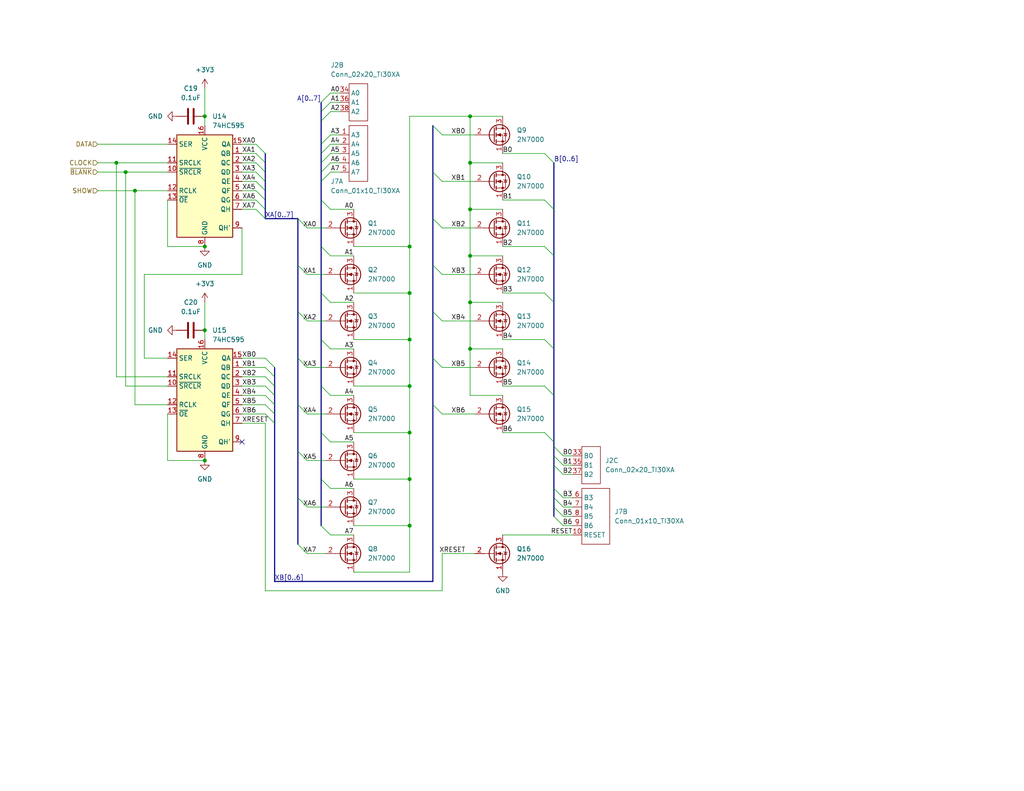
<source format=kicad_sch>
(kicad_sch (version 20211123) (generator eeschema)
  (paper "USLetter")
  (lib_symbols
    (symbol "74xx:74HC595"
      (property "Reference" "U" (at -7.62 13.97 0))
      (property "Value" "74HC595" (at -7.62 -16.51 0))
      (symbol "74HC595_1_0"
        (pin tri_state line (at 10.16 7.62 180) (length 2.54) (name "QB") (number "1"))
        (pin input line (at -10.16 2.54 0) (length 2.54) (name "~{SRCLR}") (number "10"))
        (pin input line (at -10.16 5.08 0) (length 2.54) (name "SRCLK") (number "11"))
        (pin input line (at -10.16 -2.54 0) (length 2.54) (name "RCLK") (number "12"))
        (pin input line (at -10.16 -5.08 0) (length 2.54) (name "~{OE}") (number "13"))
        (pin input line (at -10.16 10.16 0) (length 2.54) (name "SER") (number "14"))
        (pin tri_state line (at 10.16 10.16 180) (length 2.54) (name "QA") (number "15"))
        (pin power_in line (at 0 15.24 270) (length 2.54) (name "VCC") (number "16"))
        (pin tri_state line (at 10.16 5.08 180) (length 2.54) (name "QC") (number "2"))
        (pin tri_state line (at 10.16 2.54 180) (length 2.54) (name "QD") (number "3"))
        (pin tri_state line (at 10.16 0 180) (length 2.54) (name "QE") (number "4"))
        (pin tri_state line (at 10.16 -2.54 180) (length 2.54) (name "QF") (number "5"))
        (pin tri_state line (at 10.16 -5.08 180) (length 2.54) (name "QG") (number "6"))
        (pin tri_state line (at 10.16 -7.62 180) (length 2.54) (name "QH") (number "7"))
        (pin power_in line (at 0 -17.78 90) (length 2.54) (name "GND") (number "8"))
        (pin output line (at 10.16 -12.7 180) (length 2.54) (name "QH'") (number "9"))
      )
      (symbol "74HC595_1_1"
        (rectangle (start -7.62 12.7) (end 7.62 -15.24) (stroke (width 0.254)) (fill (type background)))
      )
    )
    (symbol "Device:C" (pin_numbers hide) (pin_names (offset 0.254))
      (property "Reference" "C" (at 0.635 2.54 0))
      (property "Value" "C" (at 0.635 -2.54 0))
      (symbol "C_0_1"
        (polyline (pts (xy -2.032 -0.762) (xy 2.032 -0.762)) (stroke (width 0.508)))
        (polyline (pts (xy -2.032 0.762) (xy 2.032 0.762)) (stroke (width 0.508)))
      )
      (symbol "C_1_1"
        (pin passive line (at 0 3.81 270) (length 2.794) (name "~") (number "1"))
        (pin passive line (at 0 -3.81 90) (length 2.794) (name "~") (number "2"))
      )
    )
    (symbol "Transistor_FET:2N7000" (pin_names hide)
      (property "Reference" "Q" (at 5.08 1.905 0))
      (property "Value" "2N7000" (at 5.08 0 0))
      (symbol "2N7000_0_1"
        (polyline (pts (xy 0.254 0) (xy -2.54 0)))
        (polyline (pts (xy 0.254 1.905) (xy 0.254 -1.905)) (stroke (width 0.254)))
        (polyline (pts (xy 0.762 -1.27) (xy 0.762 -2.286)) (stroke (width 0.254)))
        (polyline (pts (xy 0.762 0.508) (xy 0.762 -0.508)) (stroke (width 0.254)))
        (polyline (pts (xy 0.762 2.286) (xy 0.762 1.27)) (stroke (width 0.254)))
        (polyline (pts (xy 2.54 2.54) (xy 2.54 1.778)))
        (polyline (pts (xy 2.54 -2.54) (xy 2.54 0) (xy 0.762 0)))
        (polyline (pts (xy 0.762 -1.778) (xy 3.302 -1.778) (xy 3.302 1.778) (xy 0.762 1.778)))
        (polyline (pts (xy 1.016 0) (xy 2.032 0.381) (xy 2.032 -0.381) (xy 1.016 0)) (fill (type outline)))
        (polyline (pts (xy 2.794 0.508) (xy 2.921 0.381) (xy 3.683 0.381) (xy 3.81 0.254)))
        (polyline (pts (xy 3.302 0.381) (xy 2.921 -0.254) (xy 3.683 -0.254) (xy 3.302 0.381)))
        (circle (center 1.651 0) (radius 2.794) (stroke (width 0.254)))
        (circle (center 2.54 -1.778) (radius 0.254) (fill (type outline)))
        (circle (center 2.54 1.778) (radius 0.254) (fill (type outline)))
      )
      (symbol "2N7000_1_1"
        (pin passive line (at 2.54 -5.08 90) (length 2.54) (name "S") (number "1"))
        (pin input line (at -5.08 0 0) (length 2.54) (name "G") (number "2"))
        (pin passive line (at 2.54 5.08 270) (length 2.54) (name "D") (number "3"))
      )
    )
    (symbol "custom_connetors:Conn_01x10_TI30XA"
      (property "Reference" "J" (at 5.08 3.81 0))
      (property "Value" "Conn_01x10_TI30XA" (at 13.97 6.35 0))
      (symbol "Conn_01x10_TI30XA_1_1"
        (rectangle (start -2.54 -7.62) (end 2.54 7.62))
        (pin input line (at -5.08 5.08 0) (length 2.54) (name "A3") (number "1"))
        (pin input line (at -5.08 2.54 0) (length 2.54) (name "A4") (number "2"))
        (pin input line (at -5.08 0 0) (length 2.54) (name "A5") (number "3"))
        (pin input line (at -5.08 -2.54 0) (length 2.54) (name "A6") (number "4"))
        (pin input line (at -5.08 -5.08 0) (length 2.54) (name "A7") (number "5"))
      )
      (symbol "Conn_01x10_TI30XA_2_1"
        (rectangle (start -3.81 7.62) (end 3.81 -7.62))
        (pin input line (at -6.35 -5.08 0) (length 2.54) (name "RESET") (number "10"))
        (pin input line (at -6.35 5.08 0) (length 2.54) (name "B3") (number "6"))
        (pin input line (at -6.35 2.54 0) (length 2.54) (name "B4") (number "7"))
        (pin input line (at -6.35 0 0) (length 2.54) (name "B5") (number "8"))
        (pin input line (at -6.35 -2.54 0) (length 2.54) (name "B6") (number "9"))
      )
    )
    (symbol "custom_connetors:Conn_02x20_TI30XA"
      (property "Reference" "J" (at -24.13 5.08 0))
      (property "Value" "Conn_02x20_TI30XA" (at -15.24 7.62 0))
      (symbol "Conn_02x20_TI30XA_1_1"
        (rectangle (start -2.54 6.35) (end 2.54 -6.35))
        (pin power_in line (at 0 8.89 270) (length 2.54) (name "B+") (number "39"))
        (pin power_in line (at 0 -8.89 90) (length 2.54) (name "GND") (number "40"))
      )
      (symbol "Conn_02x20_TI30XA_2_1"
        (rectangle (start -2.54 5.08) (end 2.54 -5.08))
        (pin input line (at -5.08 2.54 0) (length 2.54) (name "A0") (number "34"))
        (pin input line (at -5.08 0 0) (length 2.54) (name "A1") (number "36"))
        (pin input line (at -5.08 -2.54 0) (length 2.54) (name "A2") (number "38"))
      )
      (symbol "Conn_02x20_TI30XA_3_1"
        (rectangle (start -2.54 5.08) (end 2.54 -5.08))
        (pin input line (at -5.08 2.54 0) (length 2.54) (name "B0") (number "33"))
        (pin input line (at -5.08 0 0) (length 2.54) (name "B1") (number "35"))
        (pin input line (at -5.08 -2.54 0) (length 2.54) (name "B2") (number "37"))
      )
      (symbol "Conn_02x20_TI30XA_4_1"
        (rectangle (start 5.08 43.18) (end -5.08 -43.18))
        (pin output line (at 7.62 -38.1 180) (length 2.54) (name "LCD_31") (number "1"))
        (pin output line (at 7.62 -20.32 180) (length 2.54) (name "LCD_24") (number "10"))
        (pin output line (at 7.62 -12.7 180) (length 2.54) (name "LCD_21") (number "11"))
        (pin output line (at 7.62 -15.24 180) (length 2.54) (name "LCD_22") (number "12"))
        (pin output line (at 7.62 -7.62 180) (length 2.54) (name "LCD_19") (number "13"))
        (pin output line (at 7.62 -10.16 180) (length 2.54) (name "LCD_20") (number "14"))
        (pin output line (at 7.62 -2.54 180) (length 2.54) (name "LCD_17") (number "15"))
        (pin output line (at 7.62 -5.08 180) (length 2.54) (name "LCD_18") (number "16"))
        (pin output line (at 7.62 2.54 180) (length 2.54) (name "LCD_15") (number "17"))
        (pin output line (at 7.62 0 180) (length 2.54) (name "LCD_16") (number "18"))
        (pin output line (at 7.62 7.62 180) (length 2.54) (name "LCD_13") (number "19"))
        (pin output line (at 7.62 -40.64 180) (length 2.54) (name "LCD_32") (number "2"))
        (pin output line (at 7.62 5.08 180) (length 2.54) (name "LCD_14") (number "20"))
        (pin output line (at 7.62 12.7 180) (length 2.54) (name "LCD_11") (number "21"))
        (pin output line (at 7.62 10.16 180) (length 2.54) (name "LCD_12") (number "22"))
        (pin output line (at 7.62 17.78 180) (length 2.54) (name "LCD_9") (number "23"))
        (pin output line (at 7.62 15.24 180) (length 2.54) (name "LCD_10") (number "24"))
        (pin output line (at 7.62 22.86 180) (length 2.54) (name "LCD_7") (number "25"))
        (pin output line (at 7.62 20.32 180) (length 2.54) (name "LCD_8") (number "26"))
        (pin output line (at 7.62 27.94 180) (length 2.54) (name "LCD_5") (number "27"))
        (pin output line (at 7.62 25.4 180) (length 2.54) (name "LCD_6") (number "28"))
        (pin output line (at 7.62 35.56 180) (length 2.54) (name "LCD_3(A)") (number "29"))
        (pin output line (at 7.62 -33.02 180) (length 2.54) (name "LCD_29") (number "3"))
        (pin output line (at 7.62 33.02 180) (length 2.54) (name "LCD_4(B)") (number "30"))
        (pin output line (at 7.62 40.64 180) (length 2.54) (name "LCD_1(D)") (number "31"))
        (pin output line (at 7.62 38.1 180) (length 2.54) (name "LCD_2(C)") (number "32"))
        (pin output line (at 7.62 -35.56 180) (length 2.54) (name "LCD_30") (number "4"))
        (pin output line (at 7.62 -27.94 180) (length 2.54) (name "LCD_27") (number "5"))
        (pin output line (at 7.62 -30.48 180) (length 2.54) (name "LCD_28") (number "6"))
        (pin output line (at 7.62 -22.86 180) (length 2.54) (name "LCD_25") (number "7"))
        (pin output line (at 7.62 -25.4 180) (length 2.54) (name "LCD_26") (number "8"))
        (pin output line (at 7.62 -17.78 180) (length 2.54) (name "LCD_23") (number "9"))
      )
    )
    (symbol "power:+3V3" (power) (pin_names (offset 0))
      (property "Value" "+3V3" (at 0 3.556 0))
      (symbol "+3V3_0_1"
        (polyline (pts (xy -0.762 1.27) (xy 0 2.54)))
        (polyline (pts (xy 0 0) (xy 0 2.54)))
        (polyline (pts (xy 0 2.54) (xy 0.762 1.27)))
      )
      (symbol "+3V3_1_1"
        (pin power_in line (at 0 0 90) (length 0) hide (name "+3V3") (number "1"))
      )
    )
    (symbol "power:GND" (power) (pin_names (offset 0))
      (property "Value" "GND" (at 0 -3.81 0))
      (symbol "GND_0_1"
        (polyline (pts (xy 0 0) (xy 0 -1.27) (xy 1.27 -1.27) (xy 0 -2.54) (xy -1.27 -1.27) (xy 0 -1.27)))
      )
      (symbol "GND_1_1"
        (pin power_in line (at 0 0 270) (length 0) hide (name "GND") (number "1"))
      )
    )
  )
  (junction (at 111.76 105.41))
  (junction (at 36.83 52.07))
  (junction (at 128.27 95.25))
  (junction (at 111.76 130.81))
  (junction (at 111.76 118.11))
  (junction (at 34.29 46.99))
  (junction (at 128.27 31.75))
  (junction (at 111.76 67.31))
  (junction (at 128.27 69.85))
  (junction (at 128.27 57.15))
  (junction (at 128.27 44.45))
  (junction (at 111.76 143.51))
  (junction (at 111.76 92.71))
  (junction (at 55.88 31.75))
  (junction (at 55.88 67.31))
  (junction (at 55.88 90.17))
  (junction (at 55.88 125.73))
  (junction (at 128.27 82.55))
  (junction (at 31.75 44.45))
  (junction (at 111.76 80.01))
  (no_connect (at 66.04 120.65))
  (bus_entry (at 148.59 41.91) (size 2.54 2.54))
  (bus_entry (at 148.59 54.61) (size 2.54 2.54))
  (bus_entry (at 148.59 67.31) (size 2.54 2.54))
  (bus_entry (at 148.59 105.41) (size 2.54 2.54))
  (bus_entry (at 148.59 92.71) (size 2.54 2.54))
  (bus_entry (at 148.59 118.11) (size 2.54 2.54))
  (bus_entry (at 148.59 80.01) (size 2.54 2.54))
  (bus_entry (at 83.82 151.13) (size -2.54 -2.54))
  (bus_entry (at 83.82 62.23) (size -2.54 -2.54))
  (bus_entry (at 83.82 100.33) (size -2.54 -2.54))
  (bus_entry (at 83.82 74.93) (size -2.54 -2.54))
  (bus_entry (at 83.82 87.63) (size -2.54 -2.54))
  (bus_entry (at 83.82 138.43) (size -2.54 -2.54))
  (bus_entry (at 83.82 125.73) (size -2.54 -2.54))
  (bus_entry (at 83.82 113.03) (size -2.54 -2.54))
  (bus_entry (at 90.17 36.83) (size -2.54 2.54))
  (bus_entry (at 153.67 138.43) (size -2.54 -2.54))
  (bus_entry (at 153.67 135.89) (size -2.54 -2.54))
  (bus_entry (at 153.67 124.46) (size -2.54 -2.54))
  (bus_entry (at 153.67 127) (size -2.54 -2.54))
  (bus_entry (at 153.67 129.54) (size -2.54 -2.54))
  (bus_entry (at 153.67 140.97) (size -2.54 -2.54))
  (bus_entry (at 153.67 143.51) (size -2.54 -2.54))
  (bus_entry (at 69.85 41.91) (size 2.54 2.54))
  (bus_entry (at 90.17 30.48) (size -2.54 2.54))
  (bus_entry (at 72.39 102.87) (size 2.54 2.54))
  (bus_entry (at 72.39 97.79) (size 2.54 2.54))
  (bus_entry (at 90.17 44.45) (size -2.54 2.54))
  (bus_entry (at 69.85 54.61) (size 2.54 2.54))
  (bus_entry (at 118.11 34.29) (size 2.54 2.54))
  (bus_entry (at 118.11 59.69) (size 2.54 2.54))
  (bus_entry (at 118.11 46.99) (size 2.54 2.54))
  (bus_entry (at 118.11 110.49) (size 2.54 2.54))
  (bus_entry (at 118.11 97.79) (size 2.54 2.54))
  (bus_entry (at 118.11 72.39) (size 2.54 2.54))
  (bus_entry (at 118.11 85.09) (size 2.54 2.54))
  (bus_entry (at 72.39 110.49) (size 2.54 2.54))
  (bus_entry (at 72.39 105.41) (size 2.54 2.54))
  (bus_entry (at 69.85 39.37) (size 2.54 2.54))
  (bus_entry (at 72.39 107.95) (size 2.54 2.54))
  (bus_entry (at 72.39 100.33) (size 2.54 2.54))
  (bus_entry (at 69.85 52.07) (size 2.54 2.54))
  (bus_entry (at 90.17 46.99) (size -2.54 2.54))
  (bus_entry (at 69.85 44.45) (size 2.54 2.54))
  (bus_entry (at 72.39 113.03) (size 2.54 2.54))
  (bus_entry (at 90.17 39.37) (size -2.54 2.54))
  (bus_entry (at 90.17 41.91) (size -2.54 2.54))
  (bus_entry (at 69.85 57.15) (size 2.54 2.54))
  (bus_entry (at 69.85 46.99) (size 2.54 2.54))
  (bus_entry (at 69.85 49.53) (size 2.54 2.54))
  (bus_entry (at 87.63 143.51) (size 2.54 2.54))
  (bus_entry (at 87.63 67.31) (size 2.54 2.54))
  (bus_entry (at 87.63 80.01) (size 2.54 2.54))
  (bus_entry (at 87.63 105.41) (size 2.54 2.54))
  (bus_entry (at 87.63 54.61) (size 2.54 2.54))
  (bus_entry (at 87.63 92.71) (size 2.54 2.54))
  (bus_entry (at 87.63 130.81) (size 2.54 2.54))
  (bus_entry (at 87.63 118.11) (size 2.54 2.54))
  (bus_entry (at 90.17 27.94) (size -2.54 2.54))
  (bus_entry (at 90.17 25.4) (size -2.54 2.54))
  (wire (pts (xy 128.27 44.45) (xy 128.27 57.15)))
  (wire (pts (xy 153.67 143.51) (xy 156.21 143.51)))
  (wire (pts (xy 90.17 39.37) (xy 92.71 39.37)))
  (wire (pts (xy 111.76 31.75) (xy 111.76 67.31)))
  (bus (pts (xy 151.13 95.25) (xy 151.13 82.55)))
  (wire (pts (xy 90.17 46.99) (xy 92.71 46.99)))
  (wire (pts (xy 128.27 57.15) (xy 128.27 69.85)))
  (bus (pts (xy 87.63 39.37) (xy 87.63 41.91)))
  (wire (pts (xy 55.88 90.17) (xy 55.88 92.71)))
  (wire (pts (xy 137.16 41.91) (xy 148.59 41.91)))
  (wire (pts (xy 26.67 46.99) (xy 34.29 46.99)))
  (wire (pts (xy 90.17 41.91) (xy 92.71 41.91)))
  (wire (pts (xy 96.52 92.71) (xy 111.76 92.71)))
  (bus (pts (xy 72.39 46.99) (xy 72.39 49.53)))
  (bus (pts (xy 151.13 133.35) (xy 151.13 135.89)))
  (wire (pts (xy 90.17 146.05) (xy 96.52 146.05)))
  (wire (pts (xy 111.76 118.11) (xy 111.76 105.41)))
  (wire (pts (xy 83.82 113.03) (xy 88.9 113.03)))
  (wire (pts (xy 128.27 57.15) (xy 137.16 57.15)))
  (bus (pts (xy 81.28 72.39) (xy 81.28 85.09)))
  (wire (pts (xy 90.17 69.85) (xy 96.52 69.85)))
  (wire (pts (xy 83.82 125.73) (xy 88.9 125.73)))
  (bus (pts (xy 151.13 127) (xy 151.13 133.35)))
  (bus (pts (xy 72.39 54.61) (xy 72.39 57.15)))
  (wire (pts (xy 55.88 24.13) (xy 55.88 31.75)))
  (wire (pts (xy 137.16 118.11) (xy 148.59 118.11)))
  (bus (pts (xy 151.13 138.43) (xy 151.13 140.97)))
  (wire (pts (xy 66.04 113.03) (xy 72.39 113.03)))
  (bus (pts (xy 72.39 44.45) (xy 72.39 46.99)))
  (bus (pts (xy 118.11 59.69) (xy 118.11 72.39)))
  (wire (pts (xy 90.17 57.15) (xy 96.52 57.15)))
  (wire (pts (xy 31.75 102.87) (xy 31.75 44.45)))
  (bus (pts (xy 118.11 97.79) (xy 118.11 110.49)))
  (wire (pts (xy 55.88 31.75) (xy 55.88 34.29)))
  (wire (pts (xy 90.17 44.45) (xy 92.71 44.45)))
  (bus (pts (xy 81.28 123.19) (xy 81.28 135.89)))
  (bus (pts (xy 74.93 102.87) (xy 74.93 105.41)))
  (bus (pts (xy 81.28 135.89) (xy 81.28 148.59)))
  (bus (pts (xy 151.13 135.89) (xy 151.13 138.43)))
  (bus (pts (xy 81.28 85.09) (xy 81.28 97.79)))
  (wire (pts (xy 66.04 46.99) (xy 69.85 46.99)))
  (wire (pts (xy 66.04 100.33) (xy 72.39 100.33)))
  (wire (pts (xy 96.52 118.11) (xy 111.76 118.11)))
  (wire (pts (xy 55.88 82.55) (xy 55.88 90.17)))
  (wire (pts (xy 120.65 100.33) (xy 129.54 100.33)))
  (bus (pts (xy 118.11 46.99) (xy 118.11 59.69)))
  (wire (pts (xy 45.72 105.41) (xy 34.29 105.41)))
  (wire (pts (xy 34.29 46.99) (xy 45.72 46.99)))
  (wire (pts (xy 128.27 69.85) (xy 128.27 82.55)))
  (wire (pts (xy 26.67 44.45) (xy 31.75 44.45)))
  (wire (pts (xy 39.37 74.93) (xy 39.37 97.79)))
  (bus (pts (xy 72.39 52.07) (xy 72.39 54.61)))
  (wire (pts (xy 90.17 133.35) (xy 96.52 133.35)))
  (bus (pts (xy 118.11 85.09) (xy 118.11 97.79)))
  (wire (pts (xy 34.29 105.41) (xy 34.29 46.99)))
  (bus (pts (xy 87.63 118.11) (xy 87.63 130.81)))
  (bus (pts (xy 151.13 69.85) (xy 151.13 57.15)))
  (wire (pts (xy 90.17 27.94) (xy 92.71 27.94)))
  (wire (pts (xy 120.65 87.63) (xy 129.54 87.63)))
  (bus (pts (xy 87.63 92.71) (xy 87.63 105.41)))
  (wire (pts (xy 66.04 102.87) (xy 72.39 102.87)))
  (wire (pts (xy 153.67 140.97) (xy 156.21 140.97)))
  (wire (pts (xy 137.16 31.75) (xy 128.27 31.75)))
  (wire (pts (xy 66.04 52.07) (xy 69.85 52.07)))
  (wire (pts (xy 45.72 125.73) (xy 55.88 125.73)))
  (bus (pts (xy 81.28 97.79) (xy 81.28 110.49)))
  (bus (pts (xy 87.63 49.53) (xy 87.63 54.61)))
  (wire (pts (xy 153.67 127) (xy 156.21 127)))
  (wire (pts (xy 111.76 130.81) (xy 111.76 118.11)))
  (wire (pts (xy 83.82 87.63) (xy 88.9 87.63)))
  (bus (pts (xy 87.63 41.91) (xy 87.63 44.45)))
  (wire (pts (xy 90.17 36.83) (xy 92.71 36.83)))
  (wire (pts (xy 36.83 110.49) (xy 45.72 110.49)))
  (wire (pts (xy 120.65 161.29) (xy 120.65 151.13)))
  (wire (pts (xy 26.67 52.07) (xy 36.83 52.07)))
  (bus (pts (xy 118.11 110.49) (xy 118.11 158.75)))
  (wire (pts (xy 66.04 115.57) (xy 72.39 115.57)))
  (wire (pts (xy 90.17 120.65) (xy 96.52 120.65)))
  (wire (pts (xy 120.65 49.53) (xy 129.54 49.53)))
  (wire (pts (xy 90.17 82.55) (xy 96.52 82.55)))
  (wire (pts (xy 128.27 107.95) (xy 137.16 107.95)))
  (bus (pts (xy 87.63 33.02) (xy 87.63 39.37)))
  (wire (pts (xy 66.04 74.93) (xy 39.37 74.93)))
  (bus (pts (xy 87.63 67.31) (xy 87.63 80.01)))
  (bus (pts (xy 151.13 120.65) (xy 151.13 121.92)))
  (bus (pts (xy 151.13 82.55) (xy 151.13 69.85)))
  (wire (pts (xy 128.27 69.85) (xy 137.16 69.85)))
  (bus (pts (xy 87.63 54.61) (xy 87.63 67.31)))
  (wire (pts (xy 66.04 39.37) (xy 69.85 39.37)))
  (wire (pts (xy 66.04 107.95) (xy 72.39 107.95)))
  (wire (pts (xy 111.76 80.01) (xy 96.52 80.01)))
  (bus (pts (xy 87.63 80.01) (xy 87.63 92.71)))
  (wire (pts (xy 120.65 151.13) (xy 129.54 151.13)))
  (wire (pts (xy 111.76 67.31) (xy 111.76 80.01)))
  (bus (pts (xy 151.13 107.95) (xy 151.13 95.25)))
  (wire (pts (xy 66.04 54.61) (xy 69.85 54.61)))
  (wire (pts (xy 111.76 92.71) (xy 111.76 80.01)))
  (bus (pts (xy 74.93 115.57) (xy 74.93 158.75)))
  (wire (pts (xy 128.27 95.25) (xy 128.27 107.95)))
  (bus (pts (xy 87.63 30.48) (xy 87.63 33.02)))
  (wire (pts (xy 137.16 54.61) (xy 148.59 54.61)))
  (wire (pts (xy 66.04 44.45) (xy 69.85 44.45)))
  (wire (pts (xy 83.82 100.33) (xy 88.9 100.33)))
  (wire (pts (xy 153.67 135.89) (xy 156.21 135.89)))
  (bus (pts (xy 74.93 107.95) (xy 74.93 110.49)))
  (bus (pts (xy 151.13 121.92) (xy 151.13 124.46)))
  (bus (pts (xy 72.39 59.69) (xy 81.28 59.69)))
  (wire (pts (xy 128.27 95.25) (xy 137.16 95.25)))
  (wire (pts (xy 66.04 49.53) (xy 69.85 49.53)))
  (wire (pts (xy 66.04 110.49) (xy 72.39 110.49)))
  (bus (pts (xy 87.63 27.94) (xy 87.63 30.48)))
  (wire (pts (xy 45.72 52.07) (xy 36.83 52.07)))
  (wire (pts (xy 31.75 44.45) (xy 45.72 44.45)))
  (bus (pts (xy 74.93 110.49) (xy 74.93 113.03)))
  (wire (pts (xy 66.04 41.91) (xy 69.85 41.91)))
  (wire (pts (xy 66.04 62.23) (xy 66.04 74.93)))
  (wire (pts (xy 66.04 105.41) (xy 72.39 105.41)))
  (bus (pts (xy 74.93 113.03) (xy 74.93 115.57)))
  (wire (pts (xy 83.82 62.23) (xy 88.9 62.23)))
  (bus (pts (xy 151.13 124.46) (xy 151.13 127)))
  (bus (pts (xy 74.93 105.41) (xy 74.93 107.95)))
  (wire (pts (xy 137.16 146.05) (xy 156.21 146.05)))
  (wire (pts (xy 111.76 156.21) (xy 111.76 143.51)))
  (wire (pts (xy 96.52 130.81) (xy 111.76 130.81)))
  (bus (pts (xy 72.39 49.53) (xy 72.39 52.07)))
  (bus (pts (xy 87.63 130.81) (xy 87.63 143.51)))
  (wire (pts (xy 153.67 129.54) (xy 156.21 129.54)))
  (wire (pts (xy 72.39 115.57) (xy 72.39 161.29)))
  (bus (pts (xy 87.63 105.41) (xy 87.63 118.11)))
  (wire (pts (xy 45.72 102.87) (xy 31.75 102.87)))
  (wire (pts (xy 153.67 138.43) (xy 156.21 138.43)))
  (wire (pts (xy 96.52 156.21) (xy 111.76 156.21)))
  (wire (pts (xy 66.04 57.15) (xy 69.85 57.15)))
  (wire (pts (xy 90.17 30.48) (xy 92.71 30.48)))
  (wire (pts (xy 83.82 151.13) (xy 88.9 151.13)))
  (wire (pts (xy 90.17 107.95) (xy 96.52 107.95)))
  (bus (pts (xy 74.93 158.75) (xy 118.11 158.75)))
  (wire (pts (xy 72.39 161.29) (xy 120.65 161.29)))
  (wire (pts (xy 120.65 36.83) (xy 129.54 36.83)))
  (bus (pts (xy 72.39 41.91) (xy 72.39 44.45)))
  (bus (pts (xy 118.11 72.39) (xy 118.11 85.09)))
  (bus (pts (xy 74.93 100.33) (xy 74.93 102.87)))
  (wire (pts (xy 111.76 31.75) (xy 128.27 31.75)))
  (wire (pts (xy 120.65 62.23) (xy 129.54 62.23)))
  (wire (pts (xy 111.76 143.51) (xy 111.76 130.81)))
  (bus (pts (xy 72.39 57.15) (xy 72.39 59.69)))
  (wire (pts (xy 96.52 67.31) (xy 111.76 67.31)))
  (wire (pts (xy 120.65 74.93) (xy 129.54 74.93)))
  (wire (pts (xy 137.16 105.41) (xy 148.59 105.41)))
  (bus (pts (xy 151.13 57.15) (xy 151.13 44.45)))
  (wire (pts (xy 83.82 138.43) (xy 88.9 138.43)))
  (wire (pts (xy 128.27 82.55) (xy 137.16 82.55)))
  (wire (pts (xy 45.72 67.31) (xy 55.88 67.31)))
  (wire (pts (xy 137.16 67.31) (xy 148.59 67.31)))
  (wire (pts (xy 128.27 44.45) (xy 137.16 44.45)))
  (wire (pts (xy 137.16 92.71) (xy 148.59 92.71)))
  (wire (pts (xy 128.27 31.75) (xy 128.27 44.45)))
  (bus (pts (xy 151.13 120.65) (xy 151.13 107.95)))
  (wire (pts (xy 66.04 97.79) (xy 72.39 97.79)))
  (wire (pts (xy 128.27 82.55) (xy 128.27 95.25)))
  (wire (pts (xy 96.52 105.41) (xy 111.76 105.41)))
  (bus (pts (xy 81.28 110.49) (xy 81.28 123.19)))
  (wire (pts (xy 36.83 52.07) (xy 36.83 110.49)))
  (wire (pts (xy 83.82 74.93) (xy 88.9 74.93)))
  (bus (pts (xy 87.63 44.45) (xy 87.63 46.99)))
  (wire (pts (xy 111.76 105.41) (xy 111.76 92.71)))
  (wire (pts (xy 39.37 97.79) (xy 45.72 97.79)))
  (bus (pts (xy 81.28 59.69) (xy 81.28 72.39)))
  (bus (pts (xy 118.11 34.29) (xy 118.11 46.99)))
  (wire (pts (xy 45.72 54.61) (xy 45.72 67.31)))
  (wire (pts (xy 26.67 39.37) (xy 45.72 39.37)))
  (wire (pts (xy 120.65 113.03) (xy 129.54 113.03)))
  (wire (pts (xy 90.17 25.4) (xy 92.71 25.4)))
  (bus (pts (xy 87.63 46.99) (xy 87.63 49.53)))
  (wire (pts (xy 137.16 80.01) (xy 148.59 80.01)))
  (wire (pts (xy 90.17 95.25) (xy 96.52 95.25)))
  (wire (pts (xy 153.67 124.46) (xy 156.21 124.46)))
  (wire (pts (xy 96.52 143.51) (xy 111.76 143.51)))
  (wire (pts (xy 45.72 113.03) (xy 45.72 125.73)))
  (label "XA5" (at 66.04 52.07 0))
  (label "RESET" (at 156.21 146.05 180))
  (label "B2" (at 137.16 67.31 0))
  (label "XA6" (at 66.04 54.61 0))
  (label "A[0..7]" (at 87.63 27.94 180))
  (label "XA6" (at 86.36 138.43 180))
  (label "A6" (at 96.52 133.35 180))
  (label "B4" (at 137.16 92.71 0))
  (label "A0" (at 96.52 57.15 180))
  (label "A2" (at 96.52 82.55 180))
  (label "XB6" (at 127 113.03 180))
  (label "B6" (at 137.16 118.11 0))
  (label "A6" (at 92.71 44.45 180))
  (label "XB5" (at 127 100.33 180))
  (label "A5" (at 96.52 120.65 180))
  (label "XB2" (at 127 62.23 180))
  (label "XA3" (at 86.36 100.33 180))
  (label "XA2" (at 66.04 44.45 0))
  (label "XB4" (at 127 87.63 180))
  (label "B6" (at 156.21 143.51 180))
  (label "A4" (at 96.52 107.95 180))
  (label "XA0" (at 66.04 39.37 0))
  (label "A5" (at 92.71 41.91 180))
  (label "XA4" (at 66.04 49.53 0))
  (label "XB4" (at 66.04 107.95 0))
  (label "A0" (at 92.71 25.4 180))
  (label "A7" (at 96.52 146.05 180))
  (label "B4" (at 156.21 138.43 180))
  (label "A2" (at 92.71 30.48 180))
  (label "XA[0..7]" (at 72.39 59.69 0))
  (label "B1" (at 137.16 54.61 0))
  (label "A3" (at 96.52 95.25 180))
  (label "B[0..6]" (at 151.13 44.45 0))
  (label "A4" (at 92.71 39.37 180))
  (label "XB0" (at 66.04 97.79 0))
  (label "B0" (at 137.16 41.91 0))
  (label "XA5" (at 86.36 125.73 180))
  (label "B1" (at 156.21 127 180))
  (label "XB3" (at 66.04 105.41 0))
  (label "XB1" (at 127 49.53 180))
  (label "XA1" (at 66.04 41.91 0))
  (label "XB[0..6]" (at 74.93 158.75 0))
  (label "A1" (at 92.71 27.94 180))
  (label "A1" (at 96.52 69.85 180))
  (label "XB0" (at 127 36.83 180))
  (label "XA7" (at 86.36 151.13 180))
  (label "B5" (at 137.16 105.41 0))
  (label "XA2" (at 86.36 87.63 180))
  (label "XB5" (at 66.04 110.49 0))
  (label "XB2" (at 66.04 102.87 0))
  (label "XRESET" (at 66.04 115.57 0))
  (label "B0" (at 156.21 124.46 180))
  (label "B3" (at 137.16 80.01 0))
  (label "XA1" (at 86.36 74.93 180))
  (label "XB1" (at 66.04 100.33 0))
  (label "XRESET" (at 127 151.13 180))
  (label "A3" (at 92.71 36.83 180))
  (label "XB3" (at 127 74.93 180))
  (label "B3" (at 156.21 135.89 180))
  (label "XA7" (at 66.04 57.15 0))
  (label "B5" (at 156.21 140.97 180))
  (label "XA0" (at 86.36 62.23 180))
  (label "XA4" (at 86.36 113.03 180))
  (label "A7" (at 92.71 46.99 180))
  (label "XA3" (at 66.04 46.99 0))
  (label "XB6" (at 66.04 113.03 0))
  (label "B2" (at 156.21 129.54 180))
  (hierarchical_label "~{BLANK}" (shape input) (at 26.67 46.99 180))
  (hierarchical_label "SHOW" (shape input) (at 26.67 52.07 180))
  (hierarchical_label "DATA" (shape input) (at 26.67 39.37 180))
  (hierarchical_label "CLOCK" (shape input) (at 26.67 44.45 180))
  (symbol (lib_id "custom_connetors:Conn_02x20_TI30XA") (at 161.29 127 0) (unit 3)
    (property "Reference" "J2" (at 165.1 125.7299 0) (effects (justify left)))
    (property "Value" "Conn_02x20_TI30XA" (at 165.1 128.2699 0) (effects (justify left)))
    (property "Footprint" "Connector_IDC:IDC-Header_2x20_P2.54mm_Vertical" (effects hide))
  )
  (symbol (lib_id "Transistor_FET:2N7000") (at 134.62 74.93 0) (unit 1)
    (property "Reference" "Q12" (at 140.97 73.6599 0) (effects (justify left)))
    (property "Value" "2N7000" (at 140.97 76.1999 0) (effects (justify left)))
    (property "Footprint" "Package_TO_SOT_THT:TO-92_Inline" (effects hide))
    (property "Datasheet" "https://www.vishay.com/docs/70226/70226.pdf" (effects hide))
  )
  (symbol (lib_id "Device:C") (at 52.07 31.75 90) (unit 1)
    (property "Reference" "C19" (at 52.07 24.13 90))
    (property "Value" "0.1uF" (at 52.07 26.67 90))
    (property "Footprint" "Capacitor_THT:C_Disc_D3.8mm_W2.6mm_P2.50mm" (effects hide))
  )
  (symbol (lib_id "power:GND") (at 48.26 31.75 270) (unit 1)
    (property "Reference" "#PWR051" (effects hide))
    (property "Value" "GND" (at 44.45 31.7499 90) (effects (justify right)))
  )
  (symbol (lib_id "custom_connetors:Conn_02x20_TI30XA") (at 97.79 27.94 0) (unit 2)
    (property "Reference" "J2" (at 90.17 17.78 0) (effects (justify left)))
    (property "Value" "Conn_02x20_TI30XA" (at 90.17 20.32 0) (effects (justify left)))
    (property "Footprint" "Connector_IDC:IDC-Header_2x20_P2.54mm_Vertical" (effects hide))
  )
  (symbol (lib_id "Transistor_FET:2N7000") (at 134.62 49.53 0) (unit 1)
    (property "Reference" "Q10" (at 140.97 48.2599 0) (effects (justify left)))
    (property "Value" "2N7000" (at 140.97 50.7999 0) (effects (justify left)))
    (property "Footprint" "Package_TO_SOT_THT:TO-92_Inline" (effects hide))
    (property "Datasheet" "https://www.vishay.com/docs/70226/70226.pdf" (effects hide))
  )
  (symbol (lib_id "Transistor_FET:2N7000") (at 134.62 100.33 0) (unit 1)
    (property "Reference" "Q14" (at 140.97 99.0599 0) (effects (justify left)))
    (property "Value" "2N7000" (at 140.97 101.5999 0) (effects (justify left)))
    (property "Footprint" "Package_TO_SOT_THT:TO-92_Inline" (effects hide))
    (property "Datasheet" "https://www.vishay.com/docs/70226/70226.pdf" (effects hide))
  )
  (symbol (lib_id "Transistor_FET:2N7000") (at 93.98 113.03 0) (unit 1)
    (property "Reference" "Q5" (at 100.33 111.7599 0) (effects (justify left)))
    (property "Value" "2N7000" (at 100.33 114.2999 0) (effects (justify left)))
    (property "Footprint" "Package_TO_SOT_THT:TO-92_Inline" (effects hide))
    (property "Datasheet" "https://www.vishay.com/docs/70226/70226.pdf" (effects hide))
  )
  (symbol (lib_id "Transistor_FET:2N7000") (at 93.98 151.13 0) (unit 1)
    (property "Reference" "Q8" (at 100.33 149.8599 0) (effects (justify left)))
    (property "Value" "2N7000" (at 100.33 152.3999 0) (effects (justify left)))
    (property "Footprint" "Package_TO_SOT_THT:TO-92_Inline" (effects hide))
    (property "Datasheet" "https://www.vishay.com/docs/70226/70226.pdf" (effects hide))
  )
  (symbol (lib_id "Transistor_FET:2N7000") (at 93.98 74.93 0) (unit 1)
    (property "Reference" "Q2" (at 100.33 73.6599 0) (effects (justify left)))
    (property "Value" "2N7000" (at 100.33 76.1999 0) (effects (justify left)))
    (property "Footprint" "Package_TO_SOT_THT:TO-92_Inline" (effects hide))
    (property "Datasheet" "https://www.vishay.com/docs/70226/70226.pdf" (effects hide))
  )
  (symbol (lib_id "Transistor_FET:2N7000") (at 134.62 87.63 0) (unit 1)
    (property "Reference" "Q13" (at 140.97 86.3599 0) (effects (justify left)))
    (property "Value" "2N7000" (at 140.97 88.8999 0) (effects (justify left)))
    (property "Footprint" "Package_TO_SOT_THT:TO-92_Inline" (effects hide))
    (property "Datasheet" "https://www.vishay.com/docs/70226/70226.pdf" (effects hide))
  )
  (symbol (lib_id "Transistor_FET:2N7000") (at 134.62 113.03 0) (unit 1)
    (property "Reference" "Q15" (at 140.97 111.7599 0) (effects (justify left)))
    (property "Value" "2N7000" (at 140.97 114.2999 0) (effects (justify left)))
    (property "Footprint" "Package_TO_SOT_THT:TO-92_Inline" (effects hide))
    (property "Datasheet" "https://www.vishay.com/docs/70226/70226.pdf" (effects hide))
  )
  (symbol (lib_id "Device:C") (at 52.07 90.17 270) (unit 1)
    (property "Reference" "C20" (at 52.07 82.55 90))
    (property "Value" "0.1uF" (at 52.07 85.09 90))
    (property "Footprint" "Capacitor_THT:C_Disc_D3.8mm_W2.6mm_P2.50mm" (effects hide))
  )
  (symbol (lib_id "custom_connetors:Conn_01x10_TI30XA") (at 97.79 41.91 0) (unit 1)
    (property "Reference" "J7" (at 90.17 49.53 0) (effects (justify left)))
    (property "Value" "Conn_01x10_TI30XA" (at 90.17 52.07 0) (effects (justify left)))
    (property "Footprint" "Connector_PinHeader_2.54mm:PinHeader_1x10_P2.54mm_Horizontal" (effects hide))
  )
  (symbol (lib_id "power:+3V3") (at 55.88 82.55 0) (unit 1)
    (property "Reference" "#PWR055" (effects hide))
    (property "Value" "+3V3" (at 55.88 77.47 0))
  )
  (symbol (lib_id "power:GND") (at 137.16 156.21 0) (unit 1)
    (property "Reference" "#PWR057" (effects hide))
    (property "Value" "GND" (at 137.16 161.29 0))
  )
  (symbol (lib_id "74xx:74HC595") (at 55.88 49.53 0) (unit 1)
    (property "Reference" "U14" (at 57.8994 31.75 0) (effects (justify left)))
    (property "Value" "74HC595" (at 57.8994 34.29 0) (effects (justify left)))
    (property "Footprint" "Package_DIP:DIP-16_W7.62mm_LongPads" (effects hide))
    (property "Datasheet" "http://www.ti.com/lit/ds/symlink/sn74hc595.pdf" (effects hide))
  )
  (symbol (lib_id "Transistor_FET:2N7000") (at 134.62 62.23 0) (unit 1)
    (property "Reference" "Q11" (at 140.97 60.9599 0) (effects (justify left)))
    (property "Value" "2N7000" (at 140.97 63.4999 0) (effects (justify left)))
    (property "Footprint" "Package_TO_SOT_THT:TO-92_Inline" (effects hide))
    (property "Datasheet" "https://www.vishay.com/docs/70226/70226.pdf" (effects hide))
  )
  (symbol (lib_id "Transistor_FET:2N7000") (at 93.98 100.33 0) (unit 1)
    (property "Reference" "Q4" (at 100.33 99.0599 0) (effects (justify left)))
    (property "Value" "2N7000" (at 100.33 101.5999 0) (effects (justify left)))
    (property "Footprint" "Package_TO_SOT_THT:TO-92_Inline" (effects hide))
    (property "Datasheet" "https://www.vishay.com/docs/70226/70226.pdf" (effects hide))
  )
  (symbol (lib_id "Transistor_FET:2N7000") (at 134.62 36.83 0) (unit 1)
    (property "Reference" "Q9" (at 140.97 35.5599 0) (effects (justify left)))
    (property "Value" "2N7000" (at 140.97 38.0999 0) (effects (justify left)))
    (property "Footprint" "Package_TO_SOT_THT:TO-92_Inline" (effects hide))
    (property "Datasheet" "https://www.vishay.com/docs/70226/70226.pdf" (effects hide))
  )
  (symbol (lib_id "Transistor_FET:2N7000") (at 93.98 87.63 0) (unit 1)
    (property "Reference" "Q3" (at 100.33 86.3599 0) (effects (justify left)))
    (property "Value" "2N7000" (at 100.33 88.8999 0) (effects (justify left)))
    (property "Footprint" "Package_TO_SOT_THT:TO-92_Inline" (effects hide))
    (property "Datasheet" "https://www.vishay.com/docs/70226/70226.pdf" (effects hide))
  )
  (symbol (lib_id "power:+3V3") (at 55.88 24.13 0) (unit 1)
    (property "Reference" "#PWR053" (effects hide))
    (property "Value" "+3V3" (at 55.88 19.05 0))
  )
  (symbol (lib_id "power:GND") (at 48.26 90.17 270) (unit 1)
    (property "Reference" "#PWR052" (effects hide))
    (property "Value" "GND" (at 44.45 90.1699 90) (effects (justify right)))
  )
  (symbol (lib_id "Transistor_FET:2N7000") (at 93.98 138.43 0) (unit 1)
    (property "Reference" "Q7" (at 100.33 137.1599 0) (effects (justify left)))
    (property "Value" "2N7000" (at 100.33 139.6999 0) (effects (justify left)))
    (property "Footprint" "Package_TO_SOT_THT:TO-92_Inline" (effects hide))
    (property "Datasheet" "https://www.vishay.com/docs/70226/70226.pdf" (effects hide))
  )
  (symbol (lib_id "Transistor_FET:2N7000") (at 134.62 151.13 0) (unit 1)
    (property "Reference" "Q16" (at 140.97 149.8599 0) (effects (justify left)))
    (property "Value" "2N7000" (at 140.97 152.3999 0) (effects (justify left)))
    (property "Footprint" "Package_TO_SOT_THT:TO-92_Inline" (effects hide))
    (property "Datasheet" "https://www.vishay.com/docs/70226/70226.pdf" (effects hide))
  )
  (symbol (lib_id "power:GND") (at 55.88 67.31 0) (unit 1)
    (property "Reference" "#PWR054" (effects hide))
    (property "Value" "GND" (at 55.88 72.39 0))
  )
  (symbol (lib_id "Transistor_FET:2N7000") (at 93.98 125.73 0) (unit 1)
    (property "Reference" "Q6" (at 100.33 124.4599 0) (effects (justify left)))
    (property "Value" "2N7000" (at 100.33 126.9999 0) (effects (justify left)))
    (property "Footprint" "Package_TO_SOT_THT:TO-92_Inline" (effects hide))
    (property "Datasheet" "https://www.vishay.com/docs/70226/70226.pdf" (effects hide))
  )
  (symbol (lib_id "power:GND") (at 55.88 125.73 0) (unit 1)
    (property "Reference" "#PWR056" (effects hide))
    (property "Value" "GND" (at 55.88 130.81 0))
  )
  (symbol (lib_id "custom_connetors:Conn_01x10_TI30XA") (at 162.56 140.97 0) (unit 2)
    (property "Reference" "J7" (at 167.64 139.6999 0) (effects (justify left)))
    (property "Value" "Conn_01x10_TI30XA" (at 167.64 142.2399 0) (effects (justify left)))
    (property "Footprint" "Connector_PinHeader_2.54mm:PinHeader_1x10_P2.54mm_Horizontal" (effects hide))
  )
  (symbol (lib_id "Transistor_FET:2N7000") (at 93.98 62.23 0) (unit 1)
    (property "Reference" "Q1" (at 100.33 60.9599 0) (effects (justify left)))
    (property "Value" "2N7000" (at 100.33 63.4999 0) (effects (justify left)))
    (property "Footprint" "Package_TO_SOT_THT:TO-92_Inline" (effects hide))
    (property "Datasheet" "https://www.vishay.com/docs/70226/70226.pdf" (effects hide))
  )
  (symbol (lib_id "74xx:74HC595") (at 55.88 107.95 0) (unit 1)
    (property "Reference" "U15" (at 57.8994 90.17 0) (effects (justify left)))
    (property "Value" "74HC595" (at 57.8994 92.71 0) (effects (justify left)))
    (property "Footprint" "Package_DIP:DIP-16_W7.62mm_LongPads" (effects hide))
    (property "Datasheet" "http://www.ti.com/lit/ds/symlink/sn74hc595.pdf" (effects hide))
  )
)
</source>
